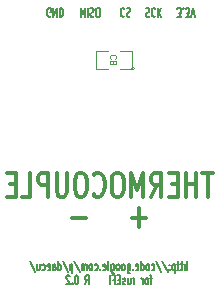
<source format=gbo>
G04 (created by PCBNEW (2013-07-07 BZR 4022)-stable) date 27/01/2015 12:48:55*
%MOIN*%
G04 Gerber Fmt 3.4, Leading zero omitted, Abs format*
%FSLAX34Y34*%
G01*
G70*
G90*
G04 APERTURE LIST*
%ADD10C,0.00590551*%
%ADD11C,0.005*%
%ADD12C,0.012*%
%ADD13C,0.0039*%
%ADD14C,0.0043*%
G04 APERTURE END LIST*
G54D10*
G54D11*
X43859Y-33021D02*
X43859Y-32721D01*
X43773Y-33021D02*
X43773Y-32864D01*
X43783Y-32835D01*
X43802Y-32821D01*
X43830Y-32821D01*
X43850Y-32835D01*
X43859Y-32850D01*
X43707Y-32821D02*
X43630Y-32821D01*
X43678Y-32721D02*
X43678Y-32978D01*
X43669Y-33007D01*
X43650Y-33021D01*
X43630Y-33021D01*
X43592Y-32821D02*
X43516Y-32821D01*
X43564Y-32721D02*
X43564Y-32978D01*
X43554Y-33007D01*
X43535Y-33021D01*
X43516Y-33021D01*
X43450Y-32821D02*
X43450Y-33121D01*
X43450Y-32835D02*
X43430Y-32821D01*
X43392Y-32821D01*
X43373Y-32835D01*
X43364Y-32850D01*
X43354Y-32878D01*
X43354Y-32964D01*
X43364Y-32992D01*
X43373Y-33007D01*
X43392Y-33021D01*
X43430Y-33021D01*
X43450Y-33007D01*
X43269Y-32992D02*
X43259Y-33007D01*
X43269Y-33021D01*
X43278Y-33007D01*
X43269Y-32992D01*
X43269Y-33021D01*
X43269Y-32835D02*
X43259Y-32850D01*
X43269Y-32864D01*
X43278Y-32850D01*
X43269Y-32835D01*
X43269Y-32864D01*
X43030Y-32707D02*
X43202Y-33092D01*
X42821Y-32707D02*
X42992Y-33092D01*
X42669Y-33007D02*
X42688Y-33021D01*
X42726Y-33021D01*
X42745Y-33007D01*
X42754Y-32992D01*
X42764Y-32964D01*
X42764Y-32878D01*
X42754Y-32850D01*
X42745Y-32835D01*
X42726Y-32821D01*
X42688Y-32821D01*
X42669Y-32835D01*
X42554Y-33021D02*
X42573Y-33007D01*
X42583Y-32992D01*
X42592Y-32964D01*
X42592Y-32878D01*
X42583Y-32850D01*
X42573Y-32835D01*
X42554Y-32821D01*
X42526Y-32821D01*
X42507Y-32835D01*
X42497Y-32850D01*
X42488Y-32878D01*
X42488Y-32964D01*
X42497Y-32992D01*
X42507Y-33007D01*
X42526Y-33021D01*
X42554Y-33021D01*
X42316Y-33021D02*
X42316Y-32721D01*
X42316Y-33007D02*
X42335Y-33021D01*
X42373Y-33021D01*
X42392Y-33007D01*
X42402Y-32992D01*
X42411Y-32964D01*
X42411Y-32878D01*
X42402Y-32850D01*
X42392Y-32835D01*
X42373Y-32821D01*
X42335Y-32821D01*
X42316Y-32835D01*
X42145Y-33007D02*
X42164Y-33021D01*
X42202Y-33021D01*
X42221Y-33007D01*
X42230Y-32978D01*
X42230Y-32864D01*
X42221Y-32835D01*
X42202Y-32821D01*
X42164Y-32821D01*
X42145Y-32835D01*
X42135Y-32864D01*
X42135Y-32892D01*
X42230Y-32921D01*
X42050Y-32992D02*
X42040Y-33007D01*
X42050Y-33021D01*
X42059Y-33007D01*
X42050Y-32992D01*
X42050Y-33021D01*
X41869Y-32821D02*
X41869Y-33064D01*
X41878Y-33092D01*
X41888Y-33107D01*
X41907Y-33121D01*
X41935Y-33121D01*
X41954Y-33107D01*
X41869Y-33007D02*
X41888Y-33021D01*
X41926Y-33021D01*
X41945Y-33007D01*
X41954Y-32992D01*
X41964Y-32964D01*
X41964Y-32878D01*
X41954Y-32850D01*
X41945Y-32835D01*
X41926Y-32821D01*
X41888Y-32821D01*
X41869Y-32835D01*
X41745Y-33021D02*
X41764Y-33007D01*
X41773Y-32992D01*
X41783Y-32964D01*
X41783Y-32878D01*
X41773Y-32850D01*
X41764Y-32835D01*
X41745Y-32821D01*
X41716Y-32821D01*
X41697Y-32835D01*
X41688Y-32850D01*
X41678Y-32878D01*
X41678Y-32964D01*
X41688Y-32992D01*
X41697Y-33007D01*
X41716Y-33021D01*
X41745Y-33021D01*
X41564Y-33021D02*
X41583Y-33007D01*
X41592Y-32992D01*
X41602Y-32964D01*
X41602Y-32878D01*
X41592Y-32850D01*
X41583Y-32835D01*
X41564Y-32821D01*
X41535Y-32821D01*
X41516Y-32835D01*
X41507Y-32850D01*
X41497Y-32878D01*
X41497Y-32964D01*
X41507Y-32992D01*
X41516Y-33007D01*
X41535Y-33021D01*
X41564Y-33021D01*
X41326Y-32821D02*
X41326Y-33064D01*
X41335Y-33092D01*
X41345Y-33107D01*
X41364Y-33121D01*
X41392Y-33121D01*
X41411Y-33107D01*
X41326Y-33007D02*
X41345Y-33021D01*
X41383Y-33021D01*
X41402Y-33007D01*
X41411Y-32992D01*
X41421Y-32964D01*
X41421Y-32878D01*
X41411Y-32850D01*
X41402Y-32835D01*
X41383Y-32821D01*
X41345Y-32821D01*
X41326Y-32835D01*
X41202Y-33021D02*
X41221Y-33007D01*
X41230Y-32978D01*
X41230Y-32721D01*
X41050Y-33007D02*
X41069Y-33021D01*
X41107Y-33021D01*
X41126Y-33007D01*
X41135Y-32978D01*
X41135Y-32864D01*
X41126Y-32835D01*
X41107Y-32821D01*
X41069Y-32821D01*
X41050Y-32835D01*
X41040Y-32864D01*
X41040Y-32892D01*
X41135Y-32921D01*
X40954Y-32992D02*
X40945Y-33007D01*
X40954Y-33021D01*
X40964Y-33007D01*
X40954Y-32992D01*
X40954Y-33021D01*
X40773Y-33007D02*
X40792Y-33021D01*
X40830Y-33021D01*
X40849Y-33007D01*
X40859Y-32992D01*
X40869Y-32964D01*
X40869Y-32878D01*
X40859Y-32850D01*
X40849Y-32835D01*
X40830Y-32821D01*
X40792Y-32821D01*
X40773Y-32835D01*
X40659Y-33021D02*
X40678Y-33007D01*
X40688Y-32992D01*
X40697Y-32964D01*
X40697Y-32878D01*
X40688Y-32850D01*
X40678Y-32835D01*
X40659Y-32821D01*
X40630Y-32821D01*
X40611Y-32835D01*
X40602Y-32850D01*
X40592Y-32878D01*
X40592Y-32964D01*
X40602Y-32992D01*
X40611Y-33007D01*
X40630Y-33021D01*
X40659Y-33021D01*
X40507Y-33021D02*
X40507Y-32821D01*
X40507Y-32850D02*
X40497Y-32835D01*
X40478Y-32821D01*
X40449Y-32821D01*
X40430Y-32835D01*
X40421Y-32864D01*
X40421Y-33021D01*
X40421Y-32864D02*
X40411Y-32835D01*
X40392Y-32821D01*
X40364Y-32821D01*
X40345Y-32835D01*
X40335Y-32864D01*
X40335Y-33021D01*
X40097Y-32707D02*
X40269Y-33092D01*
X40030Y-32821D02*
X40030Y-33121D01*
X40030Y-32835D02*
X40011Y-32821D01*
X39973Y-32821D01*
X39954Y-32835D01*
X39945Y-32850D01*
X39935Y-32878D01*
X39935Y-32964D01*
X39945Y-32992D01*
X39954Y-33007D01*
X39973Y-33021D01*
X40011Y-33021D01*
X40030Y-33007D01*
X39707Y-32707D02*
X39878Y-33092D01*
X39554Y-33021D02*
X39554Y-32721D01*
X39554Y-33007D02*
X39573Y-33021D01*
X39611Y-33021D01*
X39630Y-33007D01*
X39640Y-32992D01*
X39650Y-32964D01*
X39650Y-32878D01*
X39640Y-32850D01*
X39630Y-32835D01*
X39611Y-32821D01*
X39573Y-32821D01*
X39554Y-32835D01*
X39373Y-33021D02*
X39373Y-32864D01*
X39383Y-32835D01*
X39402Y-32821D01*
X39440Y-32821D01*
X39459Y-32835D01*
X39373Y-33007D02*
X39392Y-33021D01*
X39440Y-33021D01*
X39459Y-33007D01*
X39469Y-32978D01*
X39469Y-32950D01*
X39459Y-32921D01*
X39440Y-32907D01*
X39392Y-32907D01*
X39373Y-32892D01*
X39202Y-33007D02*
X39221Y-33021D01*
X39259Y-33021D01*
X39278Y-33007D01*
X39288Y-32978D01*
X39288Y-32864D01*
X39278Y-32835D01*
X39259Y-32821D01*
X39221Y-32821D01*
X39202Y-32835D01*
X39192Y-32864D01*
X39192Y-32892D01*
X39288Y-32921D01*
X39021Y-33007D02*
X39040Y-33021D01*
X39078Y-33021D01*
X39097Y-33007D01*
X39107Y-32992D01*
X39116Y-32964D01*
X39116Y-32878D01*
X39107Y-32850D01*
X39097Y-32835D01*
X39078Y-32821D01*
X39040Y-32821D01*
X39021Y-32835D01*
X38849Y-32821D02*
X38849Y-33021D01*
X38935Y-32821D02*
X38935Y-32978D01*
X38926Y-33007D01*
X38907Y-33021D01*
X38878Y-33021D01*
X38859Y-33007D01*
X38849Y-32992D01*
X38611Y-32707D02*
X38783Y-33092D01*
X42692Y-33291D02*
X42616Y-33291D01*
X42664Y-33491D02*
X42664Y-33234D01*
X42654Y-33205D01*
X42635Y-33191D01*
X42616Y-33191D01*
X42521Y-33491D02*
X42540Y-33477D01*
X42550Y-33462D01*
X42559Y-33434D01*
X42559Y-33348D01*
X42550Y-33320D01*
X42540Y-33305D01*
X42521Y-33291D01*
X42492Y-33291D01*
X42473Y-33305D01*
X42464Y-33320D01*
X42454Y-33348D01*
X42454Y-33434D01*
X42464Y-33462D01*
X42473Y-33477D01*
X42492Y-33491D01*
X42521Y-33491D01*
X42369Y-33491D02*
X42369Y-33291D01*
X42369Y-33348D02*
X42359Y-33320D01*
X42350Y-33305D01*
X42330Y-33291D01*
X42311Y-33291D01*
X42092Y-33491D02*
X42092Y-33291D01*
X42092Y-33348D02*
X42083Y-33320D01*
X42073Y-33305D01*
X42054Y-33291D01*
X42035Y-33291D01*
X41883Y-33291D02*
X41883Y-33491D01*
X41969Y-33291D02*
X41969Y-33448D01*
X41959Y-33477D01*
X41940Y-33491D01*
X41911Y-33491D01*
X41892Y-33477D01*
X41883Y-33462D01*
X41797Y-33477D02*
X41778Y-33491D01*
X41740Y-33491D01*
X41721Y-33477D01*
X41711Y-33448D01*
X41711Y-33434D01*
X41721Y-33405D01*
X41740Y-33391D01*
X41769Y-33391D01*
X41788Y-33377D01*
X41797Y-33348D01*
X41797Y-33334D01*
X41788Y-33305D01*
X41769Y-33291D01*
X41740Y-33291D01*
X41721Y-33305D01*
X41626Y-33334D02*
X41559Y-33334D01*
X41530Y-33491D02*
X41626Y-33491D01*
X41626Y-33191D01*
X41530Y-33191D01*
X41378Y-33334D02*
X41445Y-33334D01*
X41445Y-33491D02*
X41445Y-33191D01*
X41350Y-33191D01*
X41273Y-33491D02*
X41273Y-33191D01*
X40454Y-33491D02*
X40521Y-33348D01*
X40569Y-33491D02*
X40569Y-33191D01*
X40492Y-33191D01*
X40473Y-33205D01*
X40464Y-33220D01*
X40454Y-33248D01*
X40454Y-33291D01*
X40464Y-33320D01*
X40473Y-33334D01*
X40492Y-33348D01*
X40569Y-33348D01*
X40178Y-33191D02*
X40159Y-33191D01*
X40140Y-33205D01*
X40130Y-33220D01*
X40121Y-33248D01*
X40111Y-33305D01*
X40111Y-33377D01*
X40121Y-33434D01*
X40130Y-33462D01*
X40140Y-33477D01*
X40159Y-33491D01*
X40178Y-33491D01*
X40197Y-33477D01*
X40207Y-33462D01*
X40216Y-33434D01*
X40226Y-33377D01*
X40226Y-33305D01*
X40216Y-33248D01*
X40207Y-33220D01*
X40197Y-33205D01*
X40178Y-33191D01*
X40026Y-33462D02*
X40016Y-33477D01*
X40026Y-33491D01*
X40035Y-33477D01*
X40026Y-33462D01*
X40026Y-33491D01*
X39940Y-33220D02*
X39930Y-33205D01*
X39911Y-33191D01*
X39864Y-33191D01*
X39845Y-33205D01*
X39835Y-33220D01*
X39826Y-33248D01*
X39826Y-33277D01*
X39835Y-33320D01*
X39949Y-33491D01*
X39826Y-33491D01*
X40309Y-24278D02*
X40309Y-24578D01*
X40376Y-24364D01*
X40442Y-24578D01*
X40442Y-24278D01*
X40538Y-24278D02*
X40538Y-24578D01*
X40623Y-24292D02*
X40652Y-24278D01*
X40699Y-24278D01*
X40719Y-24292D01*
X40728Y-24307D01*
X40738Y-24335D01*
X40738Y-24364D01*
X40728Y-24392D01*
X40719Y-24407D01*
X40699Y-24421D01*
X40661Y-24435D01*
X40642Y-24450D01*
X40633Y-24464D01*
X40623Y-24492D01*
X40623Y-24521D01*
X40633Y-24550D01*
X40642Y-24564D01*
X40661Y-24578D01*
X40709Y-24578D01*
X40738Y-24564D01*
X40861Y-24578D02*
X40899Y-24578D01*
X40919Y-24564D01*
X40938Y-24535D01*
X40947Y-24478D01*
X40947Y-24378D01*
X40938Y-24321D01*
X40919Y-24292D01*
X40899Y-24278D01*
X40861Y-24278D01*
X40842Y-24292D01*
X40823Y-24321D01*
X40814Y-24378D01*
X40814Y-24478D01*
X40823Y-24535D01*
X40842Y-24564D01*
X40861Y-24578D01*
X41757Y-24307D02*
X41747Y-24292D01*
X41719Y-24278D01*
X41699Y-24278D01*
X41671Y-24292D01*
X41652Y-24321D01*
X41642Y-24350D01*
X41633Y-24407D01*
X41633Y-24450D01*
X41642Y-24507D01*
X41652Y-24535D01*
X41671Y-24564D01*
X41699Y-24578D01*
X41719Y-24578D01*
X41747Y-24564D01*
X41757Y-24550D01*
X41833Y-24292D02*
X41861Y-24278D01*
X41909Y-24278D01*
X41928Y-24292D01*
X41938Y-24307D01*
X41947Y-24335D01*
X41947Y-24364D01*
X41938Y-24392D01*
X41928Y-24407D01*
X41909Y-24421D01*
X41871Y-24435D01*
X41852Y-24450D01*
X41842Y-24464D01*
X41833Y-24492D01*
X41833Y-24521D01*
X41842Y-24550D01*
X41852Y-24564D01*
X41871Y-24578D01*
X41919Y-24578D01*
X41947Y-24564D01*
X42480Y-24292D02*
X42509Y-24278D01*
X42557Y-24278D01*
X42576Y-24292D01*
X42585Y-24307D01*
X42595Y-24335D01*
X42595Y-24364D01*
X42585Y-24392D01*
X42576Y-24407D01*
X42557Y-24421D01*
X42519Y-24435D01*
X42500Y-24450D01*
X42490Y-24464D01*
X42480Y-24492D01*
X42480Y-24521D01*
X42490Y-24550D01*
X42500Y-24564D01*
X42519Y-24578D01*
X42566Y-24578D01*
X42595Y-24564D01*
X42795Y-24307D02*
X42785Y-24292D01*
X42757Y-24278D01*
X42738Y-24278D01*
X42709Y-24292D01*
X42690Y-24321D01*
X42680Y-24350D01*
X42671Y-24407D01*
X42671Y-24450D01*
X42680Y-24507D01*
X42690Y-24535D01*
X42709Y-24564D01*
X42738Y-24578D01*
X42757Y-24578D01*
X42785Y-24564D01*
X42795Y-24550D01*
X42880Y-24278D02*
X42880Y-24578D01*
X42995Y-24278D02*
X42909Y-24450D01*
X42995Y-24578D02*
X42880Y-24407D01*
X43519Y-24578D02*
X43642Y-24578D01*
X43576Y-24464D01*
X43604Y-24464D01*
X43623Y-24450D01*
X43633Y-24435D01*
X43642Y-24407D01*
X43642Y-24335D01*
X43633Y-24307D01*
X43623Y-24292D01*
X43604Y-24278D01*
X43547Y-24278D01*
X43528Y-24292D01*
X43519Y-24307D01*
X43728Y-24307D02*
X43738Y-24292D01*
X43728Y-24278D01*
X43719Y-24292D01*
X43728Y-24307D01*
X43728Y-24278D01*
X43804Y-24578D02*
X43928Y-24578D01*
X43861Y-24464D01*
X43890Y-24464D01*
X43909Y-24450D01*
X43919Y-24435D01*
X43928Y-24407D01*
X43928Y-24335D01*
X43919Y-24307D01*
X43909Y-24292D01*
X43890Y-24278D01*
X43833Y-24278D01*
X43814Y-24292D01*
X43804Y-24307D01*
X43985Y-24578D02*
X44052Y-24278D01*
X44119Y-24578D01*
X39297Y-24564D02*
X39278Y-24578D01*
X39250Y-24578D01*
X39221Y-24564D01*
X39202Y-24535D01*
X39192Y-24507D01*
X39183Y-24450D01*
X39183Y-24407D01*
X39192Y-24350D01*
X39202Y-24321D01*
X39221Y-24292D01*
X39250Y-24278D01*
X39269Y-24278D01*
X39297Y-24292D01*
X39307Y-24307D01*
X39307Y-24407D01*
X39269Y-24407D01*
X39392Y-24278D02*
X39392Y-24578D01*
X39507Y-24278D01*
X39507Y-24578D01*
X39602Y-24278D02*
X39602Y-24578D01*
X39650Y-24578D01*
X39678Y-24564D01*
X39697Y-24535D01*
X39707Y-24507D01*
X39716Y-24450D01*
X39716Y-24407D01*
X39707Y-24350D01*
X39697Y-24321D01*
X39678Y-24292D01*
X39650Y-24278D01*
X39602Y-24278D01*
G54D12*
X42021Y-31269D02*
X42478Y-31269D01*
X42250Y-31573D02*
X42250Y-30964D01*
X40021Y-31269D02*
X40478Y-31269D01*
X44707Y-29773D02*
X44364Y-29773D01*
X44535Y-30573D02*
X44535Y-29773D01*
X44164Y-30573D02*
X44164Y-29773D01*
X44164Y-30154D02*
X43821Y-30154D01*
X43821Y-30573D02*
X43821Y-29773D01*
X43535Y-30154D02*
X43335Y-30154D01*
X43249Y-30573D02*
X43535Y-30573D01*
X43535Y-29773D01*
X43249Y-29773D01*
X42649Y-30573D02*
X42849Y-30192D01*
X42992Y-30573D02*
X42992Y-29773D01*
X42764Y-29773D01*
X42707Y-29811D01*
X42678Y-29850D01*
X42649Y-29926D01*
X42649Y-30040D01*
X42678Y-30116D01*
X42707Y-30154D01*
X42764Y-30192D01*
X42992Y-30192D01*
X42392Y-30573D02*
X42392Y-29773D01*
X42192Y-30345D01*
X41992Y-29773D01*
X41992Y-30573D01*
X41592Y-29773D02*
X41478Y-29773D01*
X41421Y-29811D01*
X41364Y-29888D01*
X41335Y-30040D01*
X41335Y-30307D01*
X41364Y-30459D01*
X41421Y-30535D01*
X41478Y-30573D01*
X41592Y-30573D01*
X41649Y-30535D01*
X41707Y-30459D01*
X41735Y-30307D01*
X41735Y-30040D01*
X41707Y-29888D01*
X41649Y-29811D01*
X41592Y-29773D01*
X40735Y-30497D02*
X40764Y-30535D01*
X40849Y-30573D01*
X40907Y-30573D01*
X40992Y-30535D01*
X41049Y-30459D01*
X41078Y-30383D01*
X41107Y-30230D01*
X41107Y-30116D01*
X41078Y-29964D01*
X41049Y-29888D01*
X40992Y-29811D01*
X40907Y-29773D01*
X40849Y-29773D01*
X40764Y-29811D01*
X40735Y-29850D01*
X40364Y-29773D02*
X40249Y-29773D01*
X40192Y-29811D01*
X40135Y-29888D01*
X40107Y-30040D01*
X40107Y-30307D01*
X40135Y-30459D01*
X40192Y-30535D01*
X40249Y-30573D01*
X40364Y-30573D01*
X40421Y-30535D01*
X40478Y-30459D01*
X40507Y-30307D01*
X40507Y-30040D01*
X40478Y-29888D01*
X40421Y-29811D01*
X40364Y-29773D01*
X39850Y-29773D02*
X39850Y-30421D01*
X39821Y-30497D01*
X39792Y-30535D01*
X39735Y-30573D01*
X39621Y-30573D01*
X39564Y-30535D01*
X39535Y-30497D01*
X39507Y-30421D01*
X39507Y-29773D01*
X39221Y-30573D02*
X39221Y-29773D01*
X38992Y-29773D01*
X38935Y-29811D01*
X38907Y-29850D01*
X38878Y-29926D01*
X38878Y-30040D01*
X38907Y-30116D01*
X38935Y-30154D01*
X38992Y-30192D01*
X39221Y-30192D01*
X38335Y-30573D02*
X38621Y-30573D01*
X38621Y-29773D01*
X38135Y-30154D02*
X37935Y-30154D01*
X37850Y-30573D02*
X38135Y-30573D01*
X38135Y-29773D01*
X37850Y-29773D01*
G54D13*
X42100Y-26300D02*
G75*
G03X42100Y-26300I-50J0D01*
G74*
G01*
X41600Y-26300D02*
X42000Y-26300D01*
X42000Y-26300D02*
X42000Y-25700D01*
X42000Y-25700D02*
X41600Y-25700D01*
X41200Y-25700D02*
X40800Y-25700D01*
X40800Y-25700D02*
X40800Y-26300D01*
X40800Y-26300D02*
X41200Y-26300D01*
G54D14*
X41460Y-25967D02*
X41470Y-25957D01*
X41479Y-25929D01*
X41479Y-25910D01*
X41470Y-25882D01*
X41451Y-25863D01*
X41432Y-25854D01*
X41395Y-25845D01*
X41367Y-25845D01*
X41329Y-25854D01*
X41310Y-25863D01*
X41292Y-25882D01*
X41282Y-25910D01*
X41282Y-25929D01*
X41292Y-25957D01*
X41301Y-25967D01*
X41367Y-26079D02*
X41357Y-26060D01*
X41348Y-26051D01*
X41329Y-26042D01*
X41320Y-26042D01*
X41301Y-26051D01*
X41292Y-26060D01*
X41282Y-26079D01*
X41282Y-26117D01*
X41292Y-26136D01*
X41301Y-26145D01*
X41320Y-26154D01*
X41329Y-26154D01*
X41348Y-26145D01*
X41357Y-26136D01*
X41367Y-26117D01*
X41367Y-26079D01*
X41376Y-26060D01*
X41385Y-26051D01*
X41404Y-26042D01*
X41442Y-26042D01*
X41460Y-26051D01*
X41470Y-26060D01*
X41479Y-26079D01*
X41479Y-26117D01*
X41470Y-26136D01*
X41460Y-26145D01*
X41442Y-26154D01*
X41404Y-26154D01*
X41385Y-26145D01*
X41376Y-26136D01*
X41367Y-26117D01*
M02*

</source>
